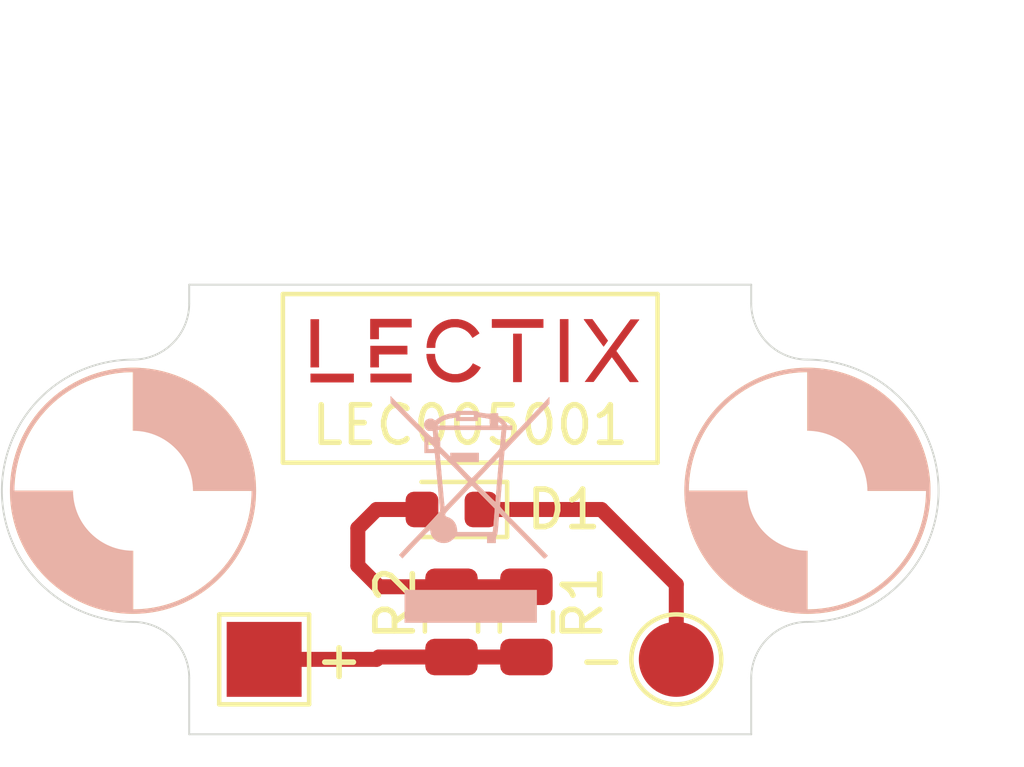
<source format=kicad_pcb>
(kicad_pcb (version 20211014) (generator pcbnew)
  (layers (0 "F.Cu" signal) (31 "B.Cu" signal) (34 "B.Paste" user) (35 "F.Paste" user) (36 "B.SilkS" user "B.Silkscreen") (37 "F.SilkS" user "F.Silkscreen") (38 "B.Mask" user) (39 "F.Mask" user) (44 "Edge.Cuts" user))
  (net 0 "")
  (net 1 "Net-(D1-Pad2)")
  (net 2 "Net-(D1-Pad1)")
  (net 3 "Net-(J1-Pad1)")
  (footprint "LED_SMD:LED_0603_1608Metric" (layer "F.Cu") (at 141 92 180)
    (fp_text reference "D1" (at -3 0) (layer "F.SilkS"))
    (fp_text value "LED")
    (fp_line (start 0.8 -0.735) (end -1.485 -0.735) (layer "F.SilkS") (width 0.12))
    (fp_line (start -1.485 0.735) (end 0.8 0.735) (layer "F.SilkS") (width 0.12))
    (fp_line (start -1.485 -0.735) (end -1.485 0.735) (layer "F.SilkS") (width 0.12))
    (pad "1" smd roundrect locked (at -0.7875 0 180) (size 0.875 0.95) (layers "F.Cu" "F.Paste" "F.Mask") (net 2 "Net-(D1-Pad1)"))
    (pad "2" smd roundrect locked (at 0.7875 0 180) (size 0.875 0.95) (layers "F.Cu" "F.Paste" "F.Mask") (net 1 "Net-(D1-Pad2)"))
  )
  (footprint "TestPoint:TestPoint_Pad_2.0x2.0mm" (layer "F.Cu") (at 136 96)
    (fp_text reference "J1" hide)
    (fp_text value "+")
    (fp_line (start 1.2 1.2) (end -1.2 1.2) (layer "F.SilkS") (width 0.12))
    (fp_line (start -1.2 -1.2) (end 1.2 -1.2) (layer "F.SilkS") (width 0.12))
    (fp_line (start 1.2 -1.2) (end 1.2 1.2) (layer "F.SilkS") (width 0.12))
    (fp_line (start -1.2 1.2) (end -1.2 -1.2) (layer "F.SilkS") (width 0.12))
    (pad "1" smd rect locked (at 0 0) (size 2 2) (layers "F.Cu" "F.Mask") (net 3 "Net-(J1-Pad1)"))
  )
  (footprint "TestPoint:TestPoint_Pad_D2.0mm" (layer "F.Cu") (at 147 96)
    (fp_text reference "J2" hide)
    (fp_text value "-")
    (fp_circle (center 0 0) (end 0 1.2) (layer "F.SilkS") (width 0.12) (fill none))
    (pad "1" smd circle locked (at 0 0) (size 2 2) (layers "F.Cu" "F.Mask") (net 2 "Net-(D1-Pad1)"))
  )
  (footprint "Resistor_SMD:R_0805_2012Metric" (layer "F.Cu") (at 143 95 -90)
    (fp_text reference "R1" (at -0.5 -1.5 -90) (layer "F.SilkS"))
    (fp_text value "1k")
    (fp_line (start -0.258578 0.71) (end 0.258578 0.71) (layer "F.SilkS") (width 0.12))
    (fp_line (start -0.258578 -0.71) (end 0.258578 -0.71) (layer "F.SilkS") (width 0.12))
    (pad "1" smd roundrect locked (at -0.9375 0 270) (size 0.975 1.4) (layers "F.Cu" "F.Paste" "F.Mask") (net 1 "Net-(D1-Pad2)"))
    (pad "2" smd roundrect locked (at 0.9375 0 270) (size 0.975 1.4) (layers "F.Cu" "F.Paste" "F.Mask") (net 3 "Net-(J1-Pad1)"))
  )
  (footprint "Resistor_SMD:R_0805_2012Metric" (layer "F.Cu") (at 141 95 -90)
    (fp_text reference "R2" (at -0.5 1.5 90) (layer "F.SilkS"))
    (fp_text value "1k")
    (fp_line (start -0.258578 -0.71) (end 0.258578 -0.71) (layer "F.SilkS") (width 0.12))
    (fp_line (start -0.258578 0.71) (end 0.258578 0.71) (layer "F.SilkS") (width 0.12))
    (pad "1" smd roundrect locked (at -0.9375 0 270) (size 0.975 1.4) (layers "F.Cu" "F.Paste" "F.Mask") (net 1 "Net-(D1-Pad2)"))
    (pad "2" smd roundrect locked (at 0.9375 0 270) (size 0.975 1.4) (layers "F.Cu" "F.Paste" "F.Mask") (net 3 "Net-(J1-Pad1)"))
  )
  (footprint "0_logos:Logo_10mm" (layer "F.Cu") (at 141.5 87.75)
    (fp_text reference "LOGO1" hide)
    (fp_text value "logo_lectix_25mm" hide)
    (fp_poly (pts (xy 3.260968 -0.8255) (xy 3.466269 -0.542956) (xy 3.490799 -0.509165) (xy 3.514493 -0.476463) (xy 3.53718 -0.445091) (xy 3.558689 -0.415286) (xy 3.578848 -0.387289) (xy 3.597487 -0.361337) (xy 3.614435 -0.337671) (xy 3.62952 -0.31653) (xy 3.642571 -0.298152) (xy 3.653418 -0.282777) (xy 3.661889 -0.270644) (xy 3.667814 -0.261991) (xy 3.671021 -0.257058) (xy 3.67157 -0.255979) (xy 3.670129 -0.252999) (xy 3.666077 -0.246561) (xy 3.659817 -0.237221) (xy 3.651755 -0.225539) (xy 3.642293 -0.212072) (xy 3.631838 -0.197378) (xy 3.620793 -0.182016) (xy 3.609562 -0.166543) (xy 3.598551 -0.151517) (xy 3.588162 -0.137496) (xy 3.578801 -0.125038) (xy 3.570872 -0.114702) (xy 3.564779 -0.107045) (xy 3.560927 -0.102625) (xy 3.55981 -0.101753) (xy 3.558071 -0.103777) (xy 3.553504 -0.109705) (xy 3.546264 -0.119329) (xy 3.536502 -0.132439) (xy 3.524373 -0.148826) (xy 3.510029 -0.168281) (xy 3.493625 -0.190595) (xy 3.475313 -0.215558) (xy 3.455247 -0.242963) (xy 3.433579 -0.272598) (xy 3.410465 -0.304257) (xy 3.386056 -0.337728) (xy 3.360506 -0.372804) (xy 3.333968 -0.409276) (xy 3.306596 -0.446933) (xy 3.29819 -0.458507) (xy 3.270558 -0.496555) (xy 3.243707 -0.533532) (xy 3.217789 -0.569228) (xy 3.19296 -0.603428) (xy 3.169374 -0.635919) (xy 3.147186 -0.666489) (xy 3.126549 -0.694925) (xy 3.107618 -0.721015) (xy 3.090548 -0.744544) (xy 3.075493 -0.765301) (xy 3.062608 -0.783073) (xy 3.052047 -0.797646) (xy 3.043964 -0.808808) (xy 3.038514 -0.816346) (xy 3.035851 -0.820048) (xy 3.035625 -0.82037) (xy 3.034877 -0.821583) (xy 3.034715 -0.822588) (xy 3.035563 -0.823405) (xy 3.037844 -0.824053) (xy 3.041981 -0.824551) (xy 3.048399 -0.824919) (xy 3.057522 -0.825177) (xy 3.069772 -0.825345) (xy 3.085573 -0.825441) (xy 3.105349 -0.825486) (xy 3.129525 -0.8255) (xy 3.146554 -0.825501) (xy 3.260968 -0.8255)) (layer "F.Cu") (width 0.01) (fill solid))
    (fp_poly (pts (xy 1.3716 0.84582) (xy 1.15062 0.84582) (xy 1.15062 -0.43688) (xy 1.3716 -0.43688) (xy 1.3716 0.84582)) (layer "F.Cu") (width 0.01) (fill solid))
    (fp_poly (pts (xy -1.56718 -0.61214) (xy -2.44094 -0.61214) (xy -2.44094 -0.29972) (xy -2.66446 -0.29972) (xy -2.66446 -0.83312) (xy -1.56718 -0.83312) (xy -1.56718 -0.61214)) (layer "F.Cu") (width 0.01) (fill solid))
    (fp_poly (pts (xy 2.61874 0.84582) (xy 2.39776 0.84582) (xy 2.39776 -0.8255) (xy 2.61874 -0.8255) (xy 2.61874 0.84582)) (layer "F.Cu") (width 0.01) (fill solid))
    (fp_poly (pts (xy -4.0386 0.45212) (xy -4.25958 0.45212) (xy -4.25958 -0.82296) (xy -4.0386 -0.82296) (xy -4.0386 0.45212)) (layer "F.Cu") (width 0.01) (fill solid))
    (fp_poly (pts (xy -0.941598 0.135255) (xy -0.93688 0.184642) (xy -0.927286 0.233391) (xy -0.913012 0.281126) (xy -0.894257 0.327472) (xy -0.871216 0.372055) (xy -0.844087 0.4145) (xy -0.813067 0.454432) (xy -0.778352 0.491476) (xy -0.74014 0.525258) (xy -0.73406 0.530066) (xy -0.693962 0.558193) (xy -0.650655 0.582754) (xy -0.604786 0.603491) (xy -0.557001 0.620147) (xy -0.507946 0.632466) (xy -0.458267 0.640191) (xy -0.456939 0.640331) (xy -0.435583 0.641812) (xy -0.410988 0.642277) (xy -0.38483 0.641784) (xy -0.358784 0.640393) (xy -0.334525 0.638161) (xy -0.31496 0.635369) (xy -0.26458 0.623968) (xy -0.215829 0.608011) (xy -0.169027 0.587722) (xy -0.124494 0.563326) (xy -0.082553 0.53505) (xy -0.043523 0.503119) (xy -0.007725 0.467757) (xy 0.024521 0.429189) (xy 0.052893 0.387642) (xy 0.063459 0.36957) (xy 0.067764 0.361866) (xy 0.070977 0.356162) (xy 0.072419 0.35366) (xy 0.072428 0.353648) (xy 0.074718 0.354589) (xy 0.080966 0.357586) (xy 0.090622 0.362356) (xy 0.103134 0.368617) (xy 0.11795 0.376087) (xy 0.134518 0.384484) (xy 0.152288 0.393526) (xy 0.170709 0.40293) (xy 0.189227 0.412414) (xy 0.207292 0.421697) (xy 0.224353 0.430496) (xy 0.239857 0.43853) (xy 0.253254 0.445515) (xy 0.263992 0.45117) (xy 0.271519 0.455212) (xy 0.275284 0.45736) (xy 0.275579 0.457574) (xy 0.276342 0.459476) (xy 0.27565 0.462864) (xy 0.273236 0.468246) (xy 0.268829 0.47613) (xy 0.262161 0.487022) (xy 0.252963 0.501432) (xy 0.249532 0.50673) (xy 0.213745 0.557247) (xy 0.174233 0.604456) (xy 0.131253 0.648181) (xy 0.085061 0.688245) (xy 0.035915 0.724473) (xy -0.015929 0.75669) (xy -0.070214 0.784719) (xy -0.126683 0.808386) (xy -0.185078 0.827513) (xy -0.238614 0.840608) (xy -0.259549 0.844715) (xy -0.278693 0.847937) (xy -0.297214 0.850387) (xy -0.316279 0.852177) (xy -0.337056 0.853419) (xy -0.360714 0.854226) (xy -0.38481 0.854665) (xy -0.403035 0.85486) (xy -0.419929 0.85496) (xy -0.434719 0.854966) (xy -0.446633 0.85488) (xy -0.454897 0.854704) (xy -0.45847 0.854485) (xy -0.464358 0.853741) (xy -0.47369 0.85263) (xy -0.484862 0.851341) (xy -0.49022 0.850735) (xy -0.545997 0.842047) (xy -0.601993 0.828574) (xy -0.657599 0.810545) (xy -0.712206 0.788188) (xy -0.765203 0.761731) (xy -0.815981 0.731401) (xy -0.82423 0.725955) (xy -0.854202 0.705098) (xy -0.880956 0.684653) (xy -0.906058 0.663317) (xy -0.931073 0.63979) (xy -0.946282 0.624501) (xy -0.98848 0.577656) (xy -1.026384 0.528179) (xy -1.059914 0.476236) (xy -1.088986 0.421994) (xy -1.113518 0.365618) (xy -1.133426 0.307274) (xy -1.148629 0.247129) (xy -1.156813 0.201477) (xy -1.15802 0.192261) (xy -1.159423 0.17981) (xy -1.160913 0.165307) (xy -1.162382 0.149937) (xy -1.163719 0.134885) (xy -1.164815 0.121334) (xy -1.165562 0.11047) (xy -1.16585 0.103505) (xy -1.163398 0.103107) (xy -1.156379 0.102738) (xy -1.145308 0.102405) (xy -1.130696 0.102119) (xy -1.113059 0.101886) (xy -1.092909 0.101717) (xy -1.070759 0.10162) (xy -1.054481 0.1016) (xy -0.943101 0.1016) (xy -0.941598 0.135255)) (layer "F.Cu") (width 0.01) (fill solid))
    (fp_poly (pts (xy -1.56718 0.85344) (xy -2.65938 0.85344) (xy -2.65938 0.62992) (xy -1.56718 0.62992) (xy -1.56718 0.85344)) (layer "F.Cu") (width 0.01) (fill solid))
    (fp_poly (pts (xy -0.373791 -0.828885) (xy -0.352051 -0.828102) (xy -0.333524 -0.826865) (xy -0.32512 -0.825987) (xy -0.263464 -0.815889) (xy -0.203518 -0.801142) (xy -0.145498 -0.78188) (xy -0.08962 -0.75824) (xy -0.036099 -0.730358) (xy 0.01485 -0.698368) (xy 0.063012 -0.662408) (xy 0.108171 -0.622612) (xy 0.150111 -0.579116) (xy 0.188617 -0.532056) (xy 0.223475 -0.481567) (xy 0.224753 -0.479538) (xy 0.23095 -0.469396) (xy 0.235873 -0.460824) (xy 0.239032 -0.454716) (xy 0.239933 -0.451966) (xy 0.239927 -0.451954) (xy 0.237616 -0.450206) (xy 0.231584 -0.446064) (xy 0.222376 -0.439884) (xy 0.210541 -0.432024) (xy 0.196627 -0.422841) (xy 0.181181 -0.412692) (xy 0.16475 -0.401934) (xy 0.147883 -0.390925) (xy 0.131127 -0.380021) (xy 0.115029 -0.369581) (xy 0.100138 -0.359961) (xy 0.087 -0.351518) (xy 0.076165 -0.34461) (xy 0.068178 -0.339593) (xy 0.063588 -0.336826) (xy 0.062794 -0.336416) (xy 0.059968 -0.337282) (xy 0.055905 -0.341905) (xy 0.050305 -0.350661) (xy 0.047184 -0.356086) (xy 0.030089 -0.383572) (xy 0.009427 -0.411998) (xy -0.013771 -0.440148) (xy -0.038472 -0.466803) (xy -0.063644 -0.490746) (xy -0.07552 -0.50086) (xy -0.116154 -0.530828) (xy -0.159753 -0.556873) (xy -0.205804 -0.578774) (xy -0.253792 -0.59631) (xy -0.303203 -0.60926) (xy -0.343548 -0.616187) (xy -0.365054 -0.618232) (xy -0.389779 -0.619278) (xy -0.41624 -0.619363) (xy -0.442955 -0.61852) (xy -0.468443 -0.616786) (xy -0.491221 -0.614196) (xy -0.502174 -0.612397) (xy -0.552714 -0.600392) (xy -0.601225 -0.583901) (xy -0.647466 -0.563143) (xy -0.691196 -0.538334) (xy -0.732174 -0.509692) (xy -0.770159 -0.477434) (xy -0.80491 -0.441777) (xy -0.836186 -0.402938) (xy -0.863748 -0.361136) (xy -0.887352 -0.316587) (xy -0.90676 -0.269508) (xy -0.916801 -0.238379) (xy -0.927444 -0.193948) (xy -0.934072 -0.147895) (xy -0.936568 -0.109855) (xy -0.937972 -0.06858) (xy -1.158969 -0.06858) (xy -1.157493 -0.113665) (xy -1.153049 -0.173235) (xy -1.143761 -0.231781) (xy -1.129804 -0.289055) (xy -1.111357 -0.344808) (xy -1.088595 -0.398794) (xy -1.061694 -0.450761) (xy -1.030832 -0.500463) (xy -0.996184 -0.547651) (xy -0.957927 -0.592077) (xy -0.916238 -0.63349) (xy -0.871292 -0.671645) (xy -0.823267 -0.706291) (xy -0.772339 -0.73718) (xy -0.718684 -0.764064) (xy -0.6858 -0.777954) (xy -0.632923 -0.796535) (xy -0.578211 -0.811237) (xy -0.520795 -0.822284) (xy -0.50546 -0.824566) (xy -0.489281 -0.826312) (xy -0.469218 -0.827661) (xy -0.446456 -0.828601) (xy -0.422175 -0.829125) (xy -0.397559 -0.829223) (xy -0.373791 -0.828885)) (layer "F.Cu") (width 0.01) (fill solid))
    (fp_poly (pts (xy 1.95072 -0.60452) (xy 0.58166 -0.60452) (xy 0.58166 -0.8255) (xy 1.95072 -0.8255) (xy 1.95072 -0.60452)) (layer "F.Cu") (width 0.01) (fill solid))
    (fp_poly (pts (xy 4.376304 -0.819908) (xy 4.39485 -0.819812) (xy 4.508296 -0.81915) (xy 4.202148 -0.400817) (xy 4.172064 -0.359702) (xy 4.142787 -0.319675) (xy 4.114458 -0.280931) (xy 4.087217 -0.243662) (xy 4.061206 -0.20806) (xy 4.036566 -0.17432) (xy 4.013436 -0.142634) (xy 3.991957 -0.113194) (xy 3.972271 -0.086194) (xy 3.954518 -0.061828) (xy 3.938839 -0.040287) (xy 3.925374 -0.021764) (xy 3.914265 -0.006454) (xy 3.905651 0.005452) (xy 3.899674 0.01376) (xy 3.896474 0.018277) (xy 3.895946 0.019087) (xy 3.897407 0.021269) (xy 3.901707 0.02737) (xy 3.908703 0.037192) (xy 3.918256 0.050541) (xy 3.930224 0.06722) (xy 3.944465 0.087032) (xy 3.960838 0.109783) (xy 3.979202 0.135275) (xy 3.999416 0.163314) (xy 4.021337 0.193701) (xy 4.044825 0.226243) (xy 4.069739 0.260742) (xy 4.095938 0.297003) (xy 4.123279 0.334829) (xy 4.151622 0.374025) (xy 4.180825 0.414395) (xy 4.192671 0.430766) (xy 4.22219 0.471564) (xy 4.250913 0.511274) (xy 4.278699 0.549701) (xy 4.305405 0.586647) (xy 4.330889 0.621916) (xy 4.35501 0.65531) (xy 4.377626 0.686635) (xy 4.398595 0.715692) (xy 4.417775 0.742285) (xy 4.435025 0.766218) (xy 4.450202 0.787293) (xy 4.463164 0.805315) (xy 4.47377 0.820086) (xy 4.481878 0.831411) (xy 4.487346 0.839091) (xy 4.490033 0.842932) (xy 4.490296 0.843347) (xy 4.488016 0.843981) (xy 4.480822 0.844522) (xy 4.468878 0.844969) (xy 4.452349 0.845317) (xy 4.4314 0.845563) (xy 4.406196 0.845703) (xy 4.377266 0.845734) (xy 4.26339 0.845649) (xy 4.02209 0.51178) (xy 3.995526 0.475037) (xy 3.969765 0.439426) (xy 3.944965 0.405163) (xy 3.921283 0.372466) (xy 3.898876 0.34155) (xy 3.877902 0.312632) (xy 3.858517 0.285929) (xy 3.84088 0.261658) (xy 3.825147 0.240034) (xy 3.811475 0.221274) (xy 3.800023 0.205596) (xy 3.790948 0.193215) (xy 3.784406 0.184347) (xy 3.780556 0.179211) (xy 3.77952 0.177933) (xy 3.777906 0.17995) (xy 3.773455 0.185854) (xy 3.766324 0.195427) (xy 3.756674 0.208455) (xy 3.744661 0.224722) (xy 3.730447 0.24401) (xy 3.714188 0.266106) (xy 3.696044 0.290791) (xy 3.676173 0.317851) (xy 3.654734 0.34707) (xy 3.631887 0.378231) (xy 3.607789 0.411119) (xy 3.5826 0.445518) (xy 3.556477 0.481211) (xy 3.53568 0.509644) (xy 3.508925 0.546214) (xy 3.482965 0.581667) (xy 3.457961 0.615786) (xy 3.434072 0.648355) (xy 3.411458 0.679156) (xy 3.390279 0.707973) (xy 3.370693 0.734589) (xy 3.352863 0.758787) (xy 3.336946 0.78035) (xy 3.323102 0.799061) (xy 3.311493 0.814704) (xy 3.302276 0.827061) (xy 3.295613 0.835916) (xy 3.291662 0.841051) (xy 3.29057 0.842335) (xy 3.287574 0.842529) (xy 3.280025 0.84268) (xy 3.26845 0.842789) (xy 3.253375 0.842853) (xy 3.235327 0.84287) (xy 3.214833 0.842839) (xy 3.192419 0.842759) (xy 3.175648 0.842672) (xy 3.063267 0.84201) (xy 3.669225 0.01397) (xy 3.711717 -0.044093) (xy 3.753457 -0.101122) (xy 3.794343 -0.156981) (xy 3.834276 -0.211531) (xy 3.873154 -0.264637) (xy 3.910878 -0.316161) (xy 3.947347 -0.365964) (xy 3.982459 -0.413911) (xy 4.016115 -0.459864) (xy 4.048214 -0.503686) (xy 4.078655 -0.545239) (xy 4.107338 -0.584386) (xy 4.134162 -0.620989) (xy 4.159027 -0.654913) (xy 4.181832 -0.686019) (xy 4.202477 -0.714169) (xy 4.22086 -0.739228) (xy 4.236882 -0.761057) (xy 4.250441 -0.779519) (xy 4.261437 -0.794478) (xy 4.269771 -0.805795) (xy 4.27534 -0.813333) (xy 4.278045 -0.816956) (xy 4.278294 -0.817272) (xy 4.280129 -0.818064) (xy 4.284193 -0.818708) (xy 4.29086 -0.819211) (xy 4.300504 -0.819582) (xy 4.313497 -0.819829) (xy 4.330212 -0.819961) (xy 4.351024 -0.819984) (xy 4.376304 -0.819908)) (layer "F.Cu") (width 0.01) (fill solid))
    (fp_poly (pts (xy -1.68148 0.10922) (xy -2.44094 0.10922) (xy -2.44094 0.45212) (xy -2.66192 0.45212) (xy -2.66192 -0.1143) (xy -1.68148 -0.1143) (xy -1.68148 0.10922)) (layer "F.Cu") (width 0.01) (fill solid))
    (fp_poly (pts (xy -3.1115 0.85344) (xy -4.25958 0.85344) (xy -4.25958 0.62992) (xy -3.1115 0.62992) (xy -3.1115 0.85344)) (layer "F.Cu") (width 0.01) (fill solid))
  )
  (footprint "0_mechanical:MountingHole_3.2mm_M3" (layer "F.Cu") (at 132.5 91.5)
    (fp_text reference "H1" hide)
    (fp_text value "MountingHole" hide)
    (fp_circle (center 0 0) (end 3.224903 0) (layer "B.SilkS") (width 0.12) (fill none))
    (fp_poly (pts (xy 0 -3.224903) (xy 0 -1.6) (xy 0.1 -1.6) (xy 0.5 -1.5) (xy 0.9 -1.3) (xy 1.3 -0.9) (xy 1.5 -0.5) (xy 1.6 -0.1) (xy 1.6 0) (xy 3.2 0) (xy 3.2 -0.5) (xy 3.1 -0.9) (xy 2.8 -1.6) (xy 2.3 -2.3) (xy 1.5 -2.9) (xy 0.5 -3.2)) (layer "B.SilkS") (width 0.01) (fill solid))
    (fp_poly (pts (xy 0 3.224903) (xy 0 1.6) (xy -0.1 1.6) (xy -0.5 1.5) (xy -0.9 1.3) (xy -1.3 0.9) (xy -1.5 0.5) (xy -1.6 0.1) (xy -1.6 0) (xy -3.2 0) (xy -3.2 0.5) (xy -3.1 0.9) (xy -2.8 1.6) (xy -2.3 2.3) (xy -1.5 2.9) (xy -0.5 3.2)) (layer "B.SilkS") (width 0.01) (fill solid))
    (fp_circle (center 0 0) (end 1.6 -2.8) (layer "F.SilkS") (width 0.12) (fill none))
    (fp_poly (pts (xy 0 -3.224903) (xy 0 -1.6) (xy 0.1 -1.6) (xy 0.5 -1.5) (xy 0.9 -1.3) (xy 1.3 -0.9) (xy 1.5 -0.5) (xy 1.6 -0.1) (xy 1.6 0) (xy 3.2 0) (xy 3.2 -0.5) (xy 3.1 -0.9) (xy 2.8 -1.6) (xy 2.3 -2.3) (xy 1.5 -2.9) (xy 0.5 -3.2)) (layer "F.SilkS") (width 0.01) (fill solid))
    (fp_poly (pts (xy 0 3.224903) (xy 0 1.6) (xy -0.1 1.6) (xy -0.5 1.5) (xy -0.9 1.3) (xy -1.3 0.9) (xy -1.5 0.5) (xy -1.6 0.1) (xy -1.6 0) (xy -3.2 0) (xy -3.2 0.5) (xy -3.1 0.9) (xy -2.8 1.6) (xy -2.3 2.3) (xy -1.5 2.9) (xy -0.5 3.2)) (layer "F.SilkS") (width 0.01) (fill solid))
    (pad "" np_thru_hole circle locked (at 0 0) (size 3.2 3.2) (drill 3.2) (layers *.Cu *.Mask))
  )
  (footprint "0_mechanical:MountingHole_3.2mm_M3" (layer "F.Cu") (at 150.5 91.5)
    (fp_text reference "H2" hide)
    (fp_text value "MountingHole" hide)
    (fp_circle (center 0 0) (end 3.224903 0) (layer "B.SilkS") (width 0.12) (fill none))
    (fp_poly (pts (xy 0 3.224903) (xy 0 1.6) (xy -0.1 1.6) (xy -0.5 1.5) (xy -0.9 1.3) (xy -1.3 0.9) (xy -1.5 0.5) (xy -1.6 0.1) (xy -1.6 0) (xy -3.2 0) (xy -3.2 0.5) (xy -3.1 0.9) (xy -2.8 1.6) (xy -2.3 2.3) (xy -1.5 2.9) (xy -0.5 3.2)) (layer "B.SilkS") (width 0.01) (fill solid))
    (fp_poly (pts (xy 0 -3.224903) (xy 0 -1.6) (xy 0.1 -1.6) (xy 0.5 -1.5) (xy 0.9 -1.3) (xy 1.3 -0.9) (xy 1.5 -0.5) (xy 1.6 -0.1) (xy 1.6 0) (xy 3.2 0) (xy 3.2 -0.5) (xy 3.1 -0.9) (xy 2.8 -1.6) (xy 2.3 -2.3) (xy 1.5 -2.9) (xy 0.5 -3.2)) (layer "B.SilkS") (width 0.01) (fill solid))
    (fp_circle (center 0 0) (end 1.6 -2.8) (layer "F.SilkS") (width 0.12) (fill none))
    (fp_poly (pts (xy 0 -3.224903) (xy 0 -1.6) (xy 0.1 -1.6) (xy 0.5 -1.5) (xy 0.9 -1.3) (xy 1.3 -0.9) (xy 1.5 -0.5) (xy 1.6 -0.1) (xy 1.6 0) (xy 3.2 0) (xy 3.2 -0.5) (xy 3.1 -0.9) (xy 2.8 -1.6) (xy 2.3 -2.3) (xy 1.5 -2.9) (xy 0.5 -3.2)) (layer "F.SilkS") (width 0.01) (fill solid))
    (fp_poly (pts (xy 0 3.224903) (xy 0 1.6) (xy -0.1 1.6) (xy -0.5 1.5) (xy -0.9 1.3) (xy -1.3 0.9) (xy -1.5 0.5) (xy -1.6 0.1) (xy -1.6 0) (xy -3.2 0) (xy -3.2 0.5) (xy -3.1 0.9) (xy -2.8 1.6) (xy -2.3 2.3) (xy -1.5 2.9) (xy -0.5 3.2)) (layer "F.SilkS") (width 0.01) (fill solid))
    (pad "" np_thru_hole circle locked (at 0 0) (size 3.2 3.2) (drill 3.2) (layers *.Cu *.Mask))
  )
  (footprint "Symbol:WEEE-Logo_4.2x6mm_SilkScreen" (layer "B.Cu") (at 141.5 92 180)
    (fp_text reference "REF**" hide)
    (fp_text value "WEEE-Logo_4.2x6mm_SilkScreen" hide)
    (fp_poly (pts (xy 1.747822 -3.017822) (xy -1.772971 -3.017822) (xy -1.772971 -2.150198) (xy 1.747822 -2.150198) (xy 1.747822 -3.017822)) (layer "B.SilkS") (width 0.01) (fill solid))
    (fp_poly (pts (xy 2.12443 2.935152) (xy 2.123811 2.848069) (xy 1.672086 2.389109) (xy 1.220361 1.930148) (xy 1.220032 1.719529) (xy 1.219703 1.508911) (xy 0.94461 1.508911) (xy 0.937522 1.45547) (xy 0.934838 1.431112) (xy 0.930313 1.385241) (xy 0.924191 1.320595) (xy 0.916712 1.239909) (xy 0.908119 1.145919) (xy 0.898654 1.041363) (xy 0.888558 0.928975) (xy 0.878074 0.811493) (xy 0.867444 0.691652) (xy 0.856909 0.572189) (xy 0.846713 0.455841) (xy 0.837095 0.345343) (xy 0.8283 0.243431) (xy 0.820568 0.152842) (xy 0.814142 0.076313) (xy 0.809263 0.016579) (xy 0.806175 -0.023624) (xy 0.805117 -0.041559) (xy 0.805118 -0.041644) (xy 0.812827 -0.056035) (xy 0.835981 -0.085748) (xy 0.874895 -0.131131) (xy 0.929884 -0.192529) (xy 1.001264 -0.270288) (xy 1.089349 -0.364754) (xy 1.194454 -0.476272) (xy 1.316895 -0.605188) (xy 1.35131 -0.641287) (xy 1.897137 -1.213416) (xy 1.808881 -1.301436) (xy 1.737485 -1.223758) (xy 1.711366 -1.195686) (xy 1.670566 -1.152274) (xy 1.617777 -1.096366) (xy 1.555691 -1.030808) (xy 1.487 -0.958441) (xy 1.414396 -0.882112) (xy 1.37096 -0.836524) (xy 1.289416 -0.751119) (xy 1.223504 -0.68271) (xy 1.171544 -0.630053) (xy 1.131855 -0.591905) (xy 1.102757 -0.56702) (xy 1.082569 -0.554156) (xy 1.06961 -0.552068) (xy 1.0622 -0.559513) (xy 1.058658 -0.575246) (xy 1.057303 -0.598023) (xy 1.057121 -0.604239) (xy 1.047703 -0.647061) (xy 1.024497 -0.698819) (xy 0.992136 -0.751328) (xy 0.955252 -0.796403) (xy 0.940493 -0.810328) (xy 0.864767 -0.859047) (xy 0.776308 -0.886306) (xy 0.6981 -0.892773) (xy 0.609468 -0.880576) (xy 0.527612 -0.844813) (xy 0.455164 -0.786722) (xy 0.441797 -0.772262) (xy 0.392918 -0.716733) (xy -0.452674 -0.716733) (xy -0.452674 -0.892773) (xy -0.67901 -0.892773) (xy -0.67901 -0.810531) (xy -0.68185 -0.754386) (xy -0.691393 -0.715416) (xy -0.702991 -0.694219) (xy -0.711277 -0.679052) (xy -0.718373 -0.657062) (xy -0.724748 -0.624987) (xy -0.730872 -0.579569) (xy -0.737216 -0.517548) (xy -0.74425 -0.435662) (xy -0.749066 -0.374746) (xy -0.771161 -0.089343) (xy -1.313565 -0.638805) (xy -1.411637 -0.738228) (xy -1.505784 -0.833815) (xy -1.594285 -0.92381) (xy -1.67542 -1.006457) (xy -1.747469 -1.080001) (xy -1.808712 -1.142684) (xy -1.857427 -1.192752) (xy -1.891896 -1.228448) (xy -1.910379 -1.247995) (xy -1.940743 -1.278944) (xy -1.966071 -1.30053) (xy -1.979695 -1.307723) (xy -1.997095 -1.299297) (xy -2.02246 -1.278245) (xy -2.031058 -1.269671) (xy -2.067514 -1.23162) (xy -1.866802 -1.027658) (xy -1.815596 -0.975699) (xy -1.749569 -0.90882) (xy -1.671618 -0.82995) (xy -1.584638 -0.742014) (xy -1.491526 -0.647941) (xy -1.395179 -0.550658) (xy -1.298492 -0.453093) (xy -1.229134 -0.383145) (xy -1.123703 -0.27655) (xy -1.035129 -0.186307) (xy -0.962281 -0.111192) (xy -0.904023 -0.049986) (xy -0.859225 -0.001466) (xy -0.837021 0.023871) (xy -0.658724 0.023871) (xy -0.636401 -0.261555) (xy -0.629669 -0.345219) (xy -0.623157 -0.421727) (xy -0.617234 -0.487081) (xy -0.612268 -0.537281) (xy -0.608629 -0.568329) (xy -0.607458 -0.575273) (xy -0.600838 -0.603565) (xy 0.348636 -0.603565) (xy 0.354974 -0.524606) (xy 0.37411 -0.431315) (xy 0.414154 -0.348791) (xy 0.472582 -0.280038) (xy 0.546871 -0.228063) (xy 0.630252 -0.196863) (xy 0.657302 -0.182228) (xy 0.670844 -0.150819) (xy 0.671128 -0.149434) (xy 0.672753 -0.136174) (xy 0.670744 -0.122595) (xy 0.663142 -0.106181) (xy 0.647984 -0.084411) (xy 0.623312 -0.054767) (xy 0.587164 -0.014732) (xy 0.53758 0.038215) (xy 0.472599 0.106591) (xy 0.468401 0.110995) (xy 0.398507 0.184389) (xy 0.3242 0.262563) (xy 0.250586 0.340136) (xy 0.182771 0.411725) (xy 0.12586 0.471949) (xy 0.113168 0.485413) (xy 0.064513 0.53618) (xy 0.021291 0.579625) (xy -0.013395 0.612759) (xy -0.036444 0.632595) (xy -0.044182 0.636954) (xy -0.055722 0.62783) (xy -0.08271 0.6028) (xy -0.123021 0.563948) (xy -0.174529 0.513357) (xy -0.235109 0.453112) (xy -0.302636 0.385296) (xy -0.357826 0.329435) (xy -0.658724 0.023871) (xy -0.837021 0.023871) (xy -0.826751 0.035589) (xy -0.805471 0.062401) (xy -0.794251 0.080192) (xy -0.791754 0.08843) (xy -0.7927 0.10641) (xy -0.795573 0.147108) (xy -0.800187 0.208181) (xy -0.806358 0.287287) (xy -0.813898 0.382086) (xy -0.822621 0.490233) (xy -0.832343 0.609388) (xy -0.842876 0.737209) (xy -0.851365 0.839365) (xy -0.899396 1.415326) (xy -0.775805 1.415326) (xy -0.775273 1.402896) (xy -0.772769 1.36789) (xy -0.768496 1.312785) (xy -0.762653 1.240057) (xy -0.755443 1.152186) (xy -0.747066 1.051649) (xy -0.737723 0.940923) (xy -0.728758 0.835795) (xy -0.718602 0.716517) (xy -0.709142 0.60392) (xy -0.700596 0.500695) (xy -0.693179 0.409527) (xy -0.687108 0.333105) (xy -0.682601 0.274117) (xy -0.679873 0.235251) (xy -0.679116 0.220156) (xy -0.677935 0.210762) (xy -0.673256 0.207034) (xy -0.663276 0.210529) (xy -0.64619 0.222801) (xy -0.620196 0.245406) (xy -0.58349 0.2799) (xy -0.534267 0.327838) (xy -0.470726 0.390776) (xy -0.403305 0.458032) (xy -0.127601 0.733523) (xy -0.129533 0.735594) (xy 0.05271 0.735594) (xy 0.061016 0.72422) (xy 0.084267 0.697437) (xy 0.120135 0.657708) (xy 0.166287 0.607493) (xy 0.220394 0.549254) (xy 0.280126 0.485453) (xy 0.343152 0.418551) (xy 0.407142 0.35101) (xy 0.469764 0.28529) (xy 0.52869 0.223854) (xy 0.581588 0.169163) (xy 0.626128 0.123678) (xy 0.65998 0.089862) (xy 0.680812 0.070174) (xy 0.686494 0.066163) (xy 0.688366 0.079109) (xy 0.692254 0.114866) (xy 0.697943 0.171196) (xy 0.705219 0.24586) (xy 0.713869 0.33662) (xy 0.723678 0.441238) (xy 0.734434 0.557474) (xy 0.745921 0.683092) (xy 0.755093 0.784382) (xy 0.766826 0.915721) (xy 0.777665 1.039448) (xy 0.78743 1.153319) (xy 0.795937 1.255089) (xy 0.803005 1.342513) (xy 0.808451 1.413347) (xy 0.812092 1.465347) (xy 0.813747 1.496268) (xy 0.813558 1.504297) (xy 0.803666 1.497146) (xy 0.778476 1.474159) (xy 0.74019 1.437561) (xy 0.691011 1.389578) (xy 0.633139 1.332434) (xy 0.568778 1.268353) (xy 0.500129 1.199562) (xy 0.429395 1.128284) (xy 0.358778 1.056745) (xy 0.29048 0.98717) (xy 0.226704 0.921783) (xy 0.16965 0.862809) (xy 0.121522 0.812473) (xy 0.084522 0.773001) (xy 0.060852 0.746617) (xy 0.05271 0.735594) (xy -0.129533 0.735594) (xy -0.230409 0.843705) (xy -0.282768 0.899623) (xy -0.341535 0.962052) (xy -0.404385 1.028557) (xy -0.468995 1.096702) (xy -0.533042 1.164052) (xy -0.594203 1.228172) (xy -0.650153 1.286628) (xy -0.69857 1.336982) (xy -0.73713 1.376802) (xy -0.763509 1.40365) (xy -0.775384 1.415092) (xy -0.775805 1.415326) (xy -0.899396 1.415326) (xy -0.911401 1.559274) (xy -1.511938 2.190842) (xy -2.112475 2.822411) (xy -2.112034 2.910685) (xy -2.111592 2.99896) (xy -2.014583 2.895334) (xy -1.960291 2.837537) (xy -1.896192 2.769632) (xy -1.824016 2.693428) (xy -1.745492 2.610731) (xy -1.662349 2.523347) (xy -1.576319 2.433085) (xy -1.48913 2.34175) (xy -1.402513 2.251151) (xy -1.318197 2.163093) (xy -1.237912 2.079385) (xy -1.163387 2.001833) (xy -1.096354 1.932243) (xy -1.038541 1.872424) (xy -0.991679 1.824182) (xy -0.957496 1.789324) (xy -0.937724 1.769657) (xy -0.93339 1.765884) (xy -0.933092 1.779008) (xy -0.934731 1.812611) (xy -0.938023 1.86212) (xy -0.942682 1.922963) (xy -0.944682 1.947268) (xy -0.959577 2.125049) (xy -0.842955 2.125049) (xy -0.836934 2.096757) (xy -0.833863 2.074382) (xy -0.829548 2.032283) (xy -0.824488 1.975822) (xy -0.819181 1.910365) (xy -0.817344 1.886138) (xy -0.811927 1.816579) (xy -0.806459 1.751982) (xy -0.801488 1.698452) (xy -0.797561 1.66209) (xy -0.796675 1.655491) (xy -0.793334 1.641944) (xy -0.786101 1.626086) (xy -0.77344 1.606139) (xy -0.753811 1.580327) (xy -0.725678 1.546871) (xy -0.687502 1.503993) (xy -0.637746 1.449917) (xy -0.574871 1.382864) (xy -0.497341 1.301057) (xy -0.418251 1.21805) (xy -0.339564 1.135906) (xy -0.266112 1.059831) (xy -0.199724 0.991675) (xy -0.142227 0.933288) (xy -0.095451 0.886519) (xy -0.061224 0.853218) (xy -0.041373 0.835233) (xy -0.03714 0.832558) (xy -0.026003 0.842259) (xy 0.000029 0.867559) (xy 0.03843 0.905918) (xy 0.086672 0.9548) (xy 0.14223 1.011666) (xy 0.182408 1.053094) (xy 0.392169 1.27) (xy -0.226337 1.27) (xy -0.226337 1.508911) (xy 0.528119 1.508911) (xy 0.528119 1.402458) (xy 0.666435 1.540346) (xy 0.764553 1.63816) (xy 0.955643 1.63816) (xy 0.957471 1.62273) (xy 0.966723 1.614133) (xy 0.98905 1.610387) (xy 1.030105 1.609511) (xy 1.037376 1.609505) (xy 1.119109 1.609505) (xy 1.119109 1.828828) (xy 1.037376 1.747821) (xy 0.99127 1.698572) (xy 0.963694 1.660841) (xy 0.955643 1.63816) (xy 0.764553 1.63816) (xy 0.804752 1.678234) (xy 0.804752 1.801048) (xy 0.805137 1.85755) (xy 0.8069 1.893495) (xy 0.81095 1.91347) (xy 0.818199 1.922063) (xy 0.82913 1.923861) (xy 0.841288 1.926502) (xy 0.850273 1.937088) (xy 0.857174 1.959619) (xy 0.863076 1.998091) (xy 0.869065 2.056502) (xy 0.870987 2.077896) (xy 0.875148 2.125049) (xy -0.842955 2.125049) (xy -0.959577 2.125049) (xy -1.119109 2.125049) (xy -1.119109 2.238218) (xy -1.051314 2.238218) (xy -1.011662 2.239304) (xy -0.990116 2.244546) (xy -0.98748 2.247666) (xy -0.848616 2.247666) (xy -0.841308 2.240538) (xy -0.815993 2.238338) (xy -0.798908 2.238218) (xy -0.741881 2.238218) (xy -0.529221 2.238218) (xy 0.885302 2.238218) (xy 0.837458 2.287214) (xy 0.76315 2.347676) (xy 0.671184 2.394309) (xy 0.560002 2.427751) (xy 0.449529 2.446247) (xy 0.377227 2.454878) (xy 0.377227 2.36396) (xy -0.201188 2.36396) (xy -0.201188 2.467107) (xy -0.286065 2.458504) (xy -0.345368 2.451244) (xy -0.408551 2.441621) (xy -0.446386 2.434748) (xy -0.521832 2.419593) (xy -0.525526 2.328905) (xy -0.529221 2.238218) (xy -0.741881 2.238218) (xy -0.741881 2.288515) (xy -0.743544 2.320024) (xy -0.747697 2.337537) (xy -0.749371 2.338812) (xy -0.767987 2.330746) (xy -0.795183 2.31118) (xy -0.822448 2.287056) (xy -0.841267 2.265318) (xy -0.842943 2.262492) (xy -0.848616 2.247666) (xy -0.98748 2.247666) (xy -0.979662 2.256919) (xy -0.975442 2.270396) (xy -0.958219 2.305373) (xy -0.925138 2.347421) (xy -0.881893 2.390644) (xy -0.834174 2.429146) (xy -0.80283 2.449199) (xy -0.767123 2.471149) (xy -0.748819 2.489589) (xy -0.742388 2.511332) (xy -0.741894 2.524282) (xy -0.741894 2.527425) (xy -0.100594 2.527425) (xy -0.100594 2.464554) (xy 0.276633 2.464554) (xy 0.276633 2.527425) (xy -0.100594 2.527425) (xy -0.741894 2.527425) (xy -0.741881 2.565148) (xy -0.636048 2.565148) (xy -0.587355 2.563971) (xy -0.549405 2.560835) (xy -0.528308 2.556329) (xy -0.526023 2.554505) (xy -0.512641 2.551705) (xy -0.480074 2.552852) (xy -0.433916 2.557607) (xy -0.402376 2.561997) (xy -0.345188 2.570622) (xy -0.292886 2.578409) (xy -0.253582 2.584153) (xy -0.242055 2.585785) (xy -0.211937 2.595112) (xy -0.201188 2.609728) (xy -0.19792 2.61568) (xy -0.18623 2.620222) (xy -0.163288 2.62353) (xy -0.126265 2.625785) (xy -0.072332 2.627166) (xy 0.00134 2.62785) (xy 0.08802 2.62802) (xy 0.180529 2.627923) (xy 0.250906 2.62747) (xy 0.302164 2.62641) (xy 0.33732 2.624497) (xy 0.359389 2.621481) (xy 0.371385 2.617115) (xy 0.376324 2.611151) (xy 0.377227 2.604216) (xy 0.384921 2.582205) (xy 0.410121 2.569679) (xy 0.456009 2.565212) (xy 0.464264 2.565148) (xy 0.541973 2.557132) (xy 0.630233 2.535064) (xy 0.721085 2.501916) (xy 0.80657 2.460661) (xy 0.878726 2.414269) (xy 0.888072 2.406918) (xy 0.918533 2.383002) (xy 0.936572 2.373424) (xy 0.949169 2.37652) (xy 0.9621 2.389296) (xy 1.000293 2.414322) (xy 1.049998 2.423929) (xy 1.103524 2.418933) (xy 1.153178 2.400149) (xy 1.191267 2.368394) (xy 1.194025 2.364703) (xy 1.222526 2.305425) (xy 1.227828 2.244066) (xy 1.210518 2.185573) (xy 1.17118 2.134896) (xy 1.16637 2.130711) (xy 1.13844 2.110833) (xy 1.110102 2.102079) (xy 1.070263 2.101447) (xy 1.060311 2.102008) (xy 1.021332 2.103438) (xy 1.001254 2.100161) (xy 0.993985 2.090272) (xy 0.99324 2.081039) (xy 0.991716 2.054256) (xy 0.987935 2.013975) (xy 0.985218 1.989876) (xy 0.981277 1.951599) (xy 0.982916 1.932004) (xy 0.992421 1.924842) (xy 1.009351 1.923861) (xy 1.019392 1.927099) (xy 1.03559 1.93758) (xy 1.059145 1.956452) (xy 1.091257 1.984865) (xy 1.133128 2.023965) (xy 1.185957 2.074903) (xy 1.250945 2.138827) (xy 1.329291 2.216886) (xy 1.422197 2.310228) (xy 1.530863 2.420002) (xy 1.583231 2.473048) (xy 2.125049 3.022233) (xy 2.12443 2.935152)) (layer "B.SilkS") (width 0.01) (fill solid))
  )
  (gr_line (start 146.5 86.25) (end 136.5 86.25) (layer "F.SilkS") (width 0.12))
  (gr_line (start 146.5 90.75) (end 146.5 86.25) (layer "F.SilkS") (width 0.12))
  (gr_line (start 136.5 86.25) (end 136.5 90.75) (layer "F.SilkS") (width 0.12))
  (gr_line (start 136.5 90.75) (end 146.5 90.75) (layer "F.SilkS") (width 0.12))
  (gr_line (start 149 98) (end 134 98) (layer "Edge.Cuts") (width 0.05))
  (gr_line (start 149 98) (end 149 96.5) (layer "Edge.Cuts") (width 0.05))
  (gr_line (start 134 98) (end 134 96.5) (layer "Edge.Cuts") (width 0.05))
  (gr_arc (start 150.5 88) (mid 154 91.5) (end 150.5 95) (layer "Edge.Cuts") (width 0.05))
  (gr_line (start 134 86) (end 149 86) (layer "Edge.Cuts") (width 0.05))
  (gr_arc (start 150.5 88) (mid 149.43934 87.56066) (end 149 86.5) (layer "Edge.Cuts") (width 0.05))
  (gr_arc (start 132.5 95) (mid 133.56066 95.43934) (end 134 96.5) (layer "Edge.Cuts") (width 0.05))
  (gr_arc (start 149 96.5) (mid 149.43934 95.43934) (end 150.5 95) (layer "Edge.Cuts") (width 0.05))
  (gr_arc (start 132.5 95) (mid 129 91.5) (end 132.5 88) (layer "Edge.Cuts") (width 0.05))
  (gr_arc (start 134 86.5) (mid 133.56066 87.56066) (end 132.5 88) (layer "Edge.Cuts") (width 0.05))
  (gr_line (start 134 86.5) (end 134 86) (layer "Edge.Cuts") (width 0.05))
  (gr_line (start 149 86) (end 149 86.5) (layer "Edge.Cuts") (width 0.05))
  (gr_text "-" (at 145 96) (layer "F.SilkS") (effects (font (size 1 1))))
  (gr_text "LEC005001" (at 141.5 89.75) (layer "F.SilkS") (effects (font (size 1 1))))
  (gr_text "+" (at 138 96) (layer "F.SilkS") (effects (font (size 1 1))))
  (segment (start 138.5 92.5) (end 138.5 93.5) (width 0.4) (layer "F.Cu") (net 1))
  (segment (start 140.2125 92) (end 139 92) (width 0.4) (layer "F.Cu") (net 1))
  (segment (start 138.5 93.5) (end 139.0625 94.0625) (width 0.4) (layer "F.Cu") (net 1))
  (segment (start 143 94.0625) (end 141 94.0625) (width 0.4) (layer "F.Cu") (net 1))
  (segment (start 139.0625 94.0625) (end 141 94.0625) (width 0.4) (layer "F.Cu") (net 1))
  (segment (start 139 92) (end 138.5 92.5) (width 0.4) (layer "F.Cu") (net 1))
  (segment (start 145 92) (end 147 94) (width 0.4) (layer "F.Cu") (net 2))
  (segment (start 147 94) (end 147 96) (width 0.4) (layer "F.Cu") (net 2))
  (segment (start 141.7875 92) (end 145 92) (width 0.4) (layer "F.Cu") (net 2))
  (segment (start 139 96) (end 136 96) (width 0.4) (layer "F.Cu") (net 3))
  (segment (start 139.0625 95.9375) (end 139 96) (width 0.4) (layer "F.Cu") (net 3))
  (segment (start 143 95.9375) (end 141 95.9375) (width 0.4) (layer "F.Cu") (net 3))
  (segment (start 141 95.9375) (end 139.0625 95.9375) (width 0.4) (layer "F.Cu") (net 3))
)
</source>
